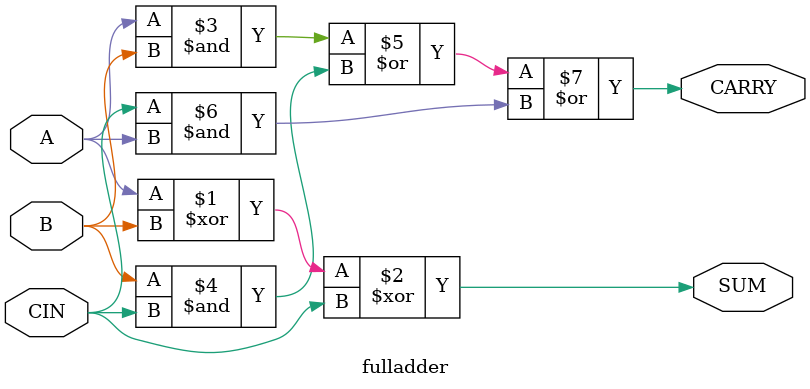
<source format=sv>
module fulladder
(
    input  logic   A,
    input  logic   B,
    input  logic   CIN,
    output logic   SUM, CARRY
);

assign SUM = A ^ B ^ CIN;
assign CARRY = (A & B) | (B & CIN) | (CIN & A);

endmodule: fulladder

</source>
